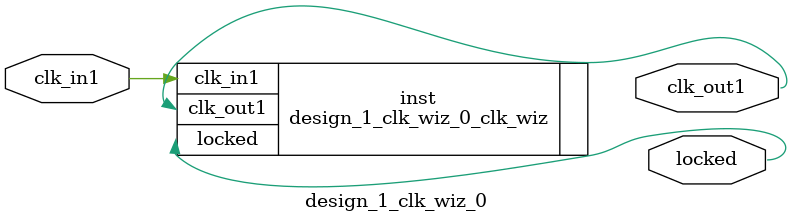
<source format=v>


`timescale 1ps/1ps

(* CORE_GENERATION_INFO = "design_1_clk_wiz_0,clk_wiz_v6_0_5_0_0,{component_name=design_1_clk_wiz_0,use_phase_alignment=true,use_min_o_jitter=false,use_max_i_jitter=false,use_dyn_phase_shift=false,use_inclk_switchover=false,use_dyn_reconfig=false,enable_axi=0,feedback_source=FDBK_AUTO,PRIMITIVE=MMCM,num_out_clk=1,clkin1_period=10.000,clkin2_period=10.000,use_power_down=false,use_reset=false,use_locked=true,use_inclk_stopped=false,feedback_type=SINGLE,CLOCK_MGR_TYPE=NA,manual_override=false}" *)

module design_1_clk_wiz_0 
 (
  // Clock out ports
  output        clk_out1,
  // Status and control signals
  output        locked,
 // Clock in ports
  input         clk_in1
 );

  design_1_clk_wiz_0_clk_wiz inst
  (
  // Clock out ports  
  .clk_out1(clk_out1),
  // Status and control signals               
  .locked(locked),
 // Clock in ports
  .clk_in1(clk_in1)
  );

endmodule

</source>
